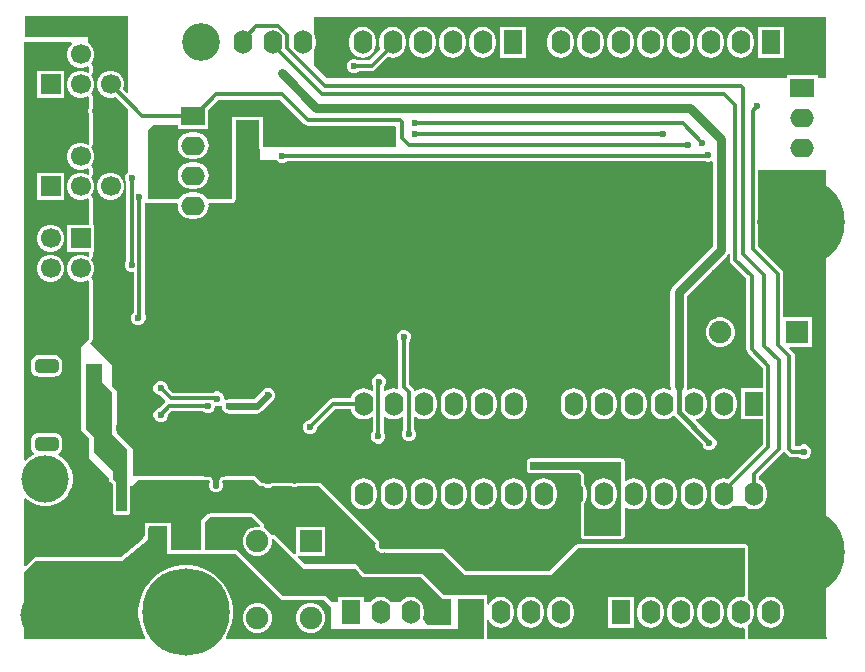
<source format=gbl>
G04*
G04 #@! TF.GenerationSoftware,Altium Limited,Altium Designer,21.1.1 (26)*
G04*
G04 Layer_Physical_Order=2*
G04 Layer_Color=16711680*
%FSLAX44Y44*%
%MOMM*%
G71*
G04*
G04 #@! TF.SameCoordinates,48FF6AC7-413E-474C-8440-48B8FC10FC40*
G04*
G04*
G04 #@! TF.FilePolarity,Positive*
G04*
G01*
G75*
%ADD11C,0.5000*%
%ADD12C,0.4000*%
%ADD19R,1.9000X1.9000*%
%ADD36C,0.3000*%
%ADD38C,0.6000*%
%ADD39C,0.8000*%
%ADD75C,1.9000*%
%ADD76R,1.9000X1.9000*%
%ADD85R,2.0000X1.6000*%
%ADD86O,2.0000X1.6000*%
%ADD87R,1.6000X2.0000*%
%ADD88O,1.6000X2.0000*%
%ADD89C,4.0000*%
%ADD90C,1.7000*%
%ADD91R,1.7000X1.7000*%
G04:AMPARAMS|DCode=92|XSize=2mm|YSize=1.2mm|CornerRadius=0.36mm|HoleSize=0mm|Usage=FLASHONLY|Rotation=0.000|XOffset=0mm|YOffset=0mm|HoleType=Round|Shape=RoundedRectangle|*
%AMROUNDEDRECTD92*
21,1,2.0000,0.4800,0,0,0.0*
21,1,1.2800,1.2000,0,0,0.0*
1,1,0.7200,0.6400,-0.2400*
1,1,0.7200,-0.6400,-0.2400*
1,1,0.7200,-0.6400,0.2400*
1,1,0.7200,0.6400,0.2400*
%
%ADD92ROUNDEDRECTD92*%
%ADD93C,7.4000*%
%ADD94C,3.2000*%
%ADD95C,0.6000*%
G36*
X42985Y508000D02*
X43427Y506730D01*
X41598Y504901D01*
X40084Y502279D01*
X39300Y499354D01*
Y496326D01*
X40084Y493401D01*
X41598Y490779D01*
X43739Y488638D01*
X46361Y487124D01*
X49286Y486340D01*
X52314D01*
X55239Y487124D01*
X56730Y487985D01*
X58000Y487251D01*
Y483029D01*
X56730Y482295D01*
X55239Y483156D01*
X52314Y483940D01*
X49286D01*
X46361Y483156D01*
X43739Y481642D01*
X41598Y479501D01*
X40084Y476879D01*
X39300Y473954D01*
Y470926D01*
X40084Y468001D01*
X41598Y465379D01*
X43739Y463238D01*
X46361Y461724D01*
X49286Y460940D01*
X52314D01*
X55239Y461724D01*
X56730Y462585D01*
X58000Y461851D01*
Y452500D01*
X57459Y451194D01*
Y448806D01*
X58000Y447500D01*
X58000Y422069D01*
X56730Y421335D01*
X55239Y422196D01*
X52314Y422980D01*
X49286D01*
X46361Y422196D01*
X43739Y420682D01*
X41598Y418541D01*
X40084Y415919D01*
X39300Y412994D01*
Y409966D01*
X40084Y407041D01*
X41598Y404419D01*
X43739Y402278D01*
X46361Y400764D01*
X49286Y399980D01*
X52314D01*
X55239Y400764D01*
X56730Y401625D01*
X58000Y400891D01*
Y396669D01*
X56730Y395935D01*
X55239Y396796D01*
X52314Y397580D01*
X49286D01*
X46361Y396796D01*
X43739Y395282D01*
X41598Y393141D01*
X40084Y390519D01*
X39300Y387594D01*
Y384566D01*
X40084Y381641D01*
X41598Y379019D01*
X43739Y376878D01*
X46361Y375364D01*
X49286Y374580D01*
X52314D01*
X55239Y375364D01*
X56730Y376225D01*
X58000Y375491D01*
Y353500D01*
X39300D01*
Y330500D01*
X58000D01*
Y327189D01*
X56730Y326455D01*
X55239Y327316D01*
X52314Y328100D01*
X49286D01*
X46361Y327316D01*
X43739Y325802D01*
X41598Y323661D01*
X40084Y321039D01*
X39300Y318114D01*
Y315086D01*
X40084Y312161D01*
X41598Y309539D01*
X43739Y307398D01*
X46361Y305884D01*
X49286Y305100D01*
X52314D01*
X55239Y305884D01*
X56730Y306745D01*
X58000Y306012D01*
Y257000D01*
X51000Y250000D01*
Y180000D01*
X58000Y173000D01*
Y156000D01*
X74941Y139059D01*
Y138000D01*
X74941Y138000D01*
X75174Y136829D01*
X75837Y135837D01*
X75837Y135837D01*
X77941Y133733D01*
X77941Y111000D01*
X78174Y109829D01*
X78837Y108837D01*
X79829Y108174D01*
X81000Y107941D01*
X89893Y107941D01*
X90472Y108056D01*
X91053Y108170D01*
X91058Y108173D01*
X91064Y108174D01*
X91553Y108501D01*
X92048Y108829D01*
X92051Y108834D01*
X92056Y108837D01*
X92386Y109330D01*
X92715Y109819D01*
X92716Y109825D01*
X92719Y109829D01*
X92835Y110412D01*
X92952Y110989D01*
X93029Y132000D01*
X94000D01*
X99000Y137000D01*
X159461Y137000D01*
X160146Y135730D01*
X159441Y134029D01*
Y131642D01*
X160355Y129436D01*
X162043Y127748D01*
X164248Y126835D01*
X166635D01*
X168840Y127748D01*
X170528Y129436D01*
X171441Y131642D01*
Y134029D01*
X170737Y135730D01*
X171421Y137000D01*
X198000D01*
X203000Y132000D01*
X205765D01*
X206101Y131663D01*
X208307Y130750D01*
X210693D01*
X212899Y131663D01*
X213235Y132000D01*
X228996D01*
X230807Y131250D01*
X233193D01*
X235004Y132000D01*
X253000D01*
X300529Y84471D01*
X300000Y83194D01*
Y80807D01*
X300913Y78601D01*
X302601Y76913D01*
X304806Y76000D01*
X307194D01*
X308471Y76529D01*
X309000Y76000D01*
X357000D01*
X376000Y57000D01*
X449000D01*
X472000Y80000D01*
X613000D01*
Y39167D01*
X611730Y38214D01*
X609600Y38495D01*
X606728Y38117D01*
X604053Y37009D01*
X601755Y35245D01*
X599991Y32947D01*
X598883Y30272D01*
X598505Y27400D01*
Y23400D01*
X598883Y20528D01*
X599991Y17852D01*
X601755Y15555D01*
X604053Y13792D01*
X606728Y12683D01*
X609600Y12305D01*
X611730Y12586D01*
X613000Y11633D01*
Y3000D01*
X395059D01*
Y18717D01*
X396329Y18970D01*
X396791Y17852D01*
X398555Y15555D01*
X400853Y13792D01*
X403528Y12683D01*
X406400Y12305D01*
X409272Y12683D01*
X411948Y13792D01*
X414245Y15555D01*
X416008Y17852D01*
X417117Y20528D01*
X417495Y23400D01*
Y27400D01*
X417117Y30272D01*
X416008Y32947D01*
X414245Y35245D01*
X411948Y37009D01*
X409272Y38117D01*
X406400Y38495D01*
X403528Y38117D01*
X400853Y37009D01*
X398555Y35245D01*
X396791Y32947D01*
X396329Y31830D01*
X395059Y32083D01*
Y37000D01*
X395000Y37296D01*
Y40000D01*
X392295D01*
X392000Y40059D01*
X370000D01*
X369704Y40000D01*
X364296D01*
X364000Y40059D01*
X358267D01*
X341163Y57163D01*
X341163Y57163D01*
X340171Y57826D01*
X339000Y58059D01*
X339000Y58059D01*
X291940Y58059D01*
X286868Y63131D01*
X286383Y63799D01*
X286206Y63962D01*
X286072Y64163D01*
X285771Y64364D01*
X285506Y64609D01*
X285324Y64676D01*
X284000Y66000D01*
X240325Y66000D01*
X234499Y71827D01*
X234985Y73000D01*
X258000D01*
Y98000D01*
X233000D01*
Y74985D01*
X231827Y74499D01*
X216219Y90107D01*
X216051Y90219D01*
X215918Y90371D01*
X215559Y90548D01*
X215227Y90770D01*
X215029Y90809D01*
X214848Y90898D01*
X214449Y90925D01*
X214056Y91003D01*
X213858Y90963D01*
X213657Y90976D01*
X213278Y90848D01*
X212886Y90770D01*
X211655Y91179D01*
X210502Y93175D01*
X208175Y95503D01*
X206179Y96655D01*
X205770Y97886D01*
X205848Y98278D01*
X205977Y98657D01*
X205963Y98858D01*
X206003Y99056D01*
X205925Y99449D01*
X205899Y99848D01*
X205809Y100029D01*
X205770Y100227D01*
X205548Y100559D01*
X205371Y100918D01*
X205219Y101051D01*
X205107Y101219D01*
X198163Y108163D01*
X198163Y108163D01*
X198163Y108163D01*
X197619Y108526D01*
X197171Y108826D01*
X197171Y108826D01*
X197170Y108826D01*
X196677Y108924D01*
X196000Y109059D01*
X196000Y109059D01*
X196000Y109059D01*
X160293Y109055D01*
X159808Y108959D01*
X159317Y108895D01*
X159226Y108843D01*
X159123Y108822D01*
X158711Y108547D01*
X158282Y108301D01*
X153962Y104531D01*
X153897Y104447D01*
X153808Y104387D01*
X153535Y103977D01*
X153233Y103586D01*
X153206Y103483D01*
X153146Y103394D01*
X153051Y102910D01*
X152922Y102434D01*
X152935Y102328D01*
X152915Y102223D01*
X152940Y78957D01*
X152043Y78059D01*
X142321D01*
X142123Y78019D01*
X141921Y78033D01*
X141674Y78000D01*
X141526D01*
X141279Y78033D01*
X141077Y78019D01*
X140879Y78059D01*
X127200Y78059D01*
Y101000D01*
X124086D01*
X124013Y101015D01*
X108907Y101081D01*
X108904Y101081D01*
X108900Y101081D01*
X108488Y101000D01*
X105200D01*
Y98348D01*
X105170Y98303D01*
X105169Y98300D01*
X105168Y98297D01*
X105052Y97717D01*
X104935Y97133D01*
X104935Y97130D01*
X104935Y97126D01*
Y89898D01*
X104037Y89000D01*
X104000D01*
X104000Y87684D01*
X84908Y72059D01*
X13285Y72059D01*
X12740Y71950D01*
X12193Y71857D01*
X12156Y71834D01*
X12114Y71826D01*
X11652Y71517D01*
X11183Y71222D01*
X4606Y65000D01*
X3000Y65000D01*
X3000Y121677D01*
X4270Y122203D01*
X6338Y120135D01*
X10105Y117618D01*
X14291Y115884D01*
X18735Y115000D01*
X23265D01*
X27709Y115884D01*
X31895Y117618D01*
X35662Y120135D01*
X38865Y123338D01*
X41382Y127105D01*
X43116Y131291D01*
X44000Y135735D01*
Y140265D01*
X43116Y144709D01*
X41382Y148895D01*
X38865Y152662D01*
X35662Y155865D01*
X31895Y158382D01*
X31715Y158457D01*
Y159831D01*
X31723Y159835D01*
X33102Y160893D01*
X34160Y162271D01*
X34825Y163877D01*
X35052Y165600D01*
Y170400D01*
X34825Y172123D01*
X34160Y173728D01*
X33102Y175107D01*
X31723Y176165D01*
X30118Y176830D01*
X28395Y177057D01*
X15595D01*
X13872Y176830D01*
X12266Y176165D01*
X10888Y175107D01*
X9830Y173728D01*
X9165Y172123D01*
X8938Y170400D01*
Y165600D01*
X9165Y163877D01*
X9830Y162271D01*
X10888Y160893D01*
X11575Y160366D01*
X11384Y158912D01*
X10105Y158382D01*
X6338Y155865D01*
X4270Y153797D01*
X3000Y154323D01*
X3000Y508000D01*
X42985Y508000D01*
D02*
G37*
G36*
X682000Y478000D02*
X675000D01*
Y480000D01*
X649000D01*
Y478000D01*
X259000D01*
X248000Y489000D01*
Y499972D01*
X248368Y500452D01*
X249477Y503128D01*
X249855Y506000D01*
Y510000D01*
X249477Y512872D01*
X248368Y515547D01*
X248000Y516028D01*
Y529000D01*
X682000D01*
Y478000D01*
D02*
G37*
G36*
X91000Y465788D02*
X89827Y465302D01*
X86961Y468168D01*
X87700Y470926D01*
Y473954D01*
X86916Y476879D01*
X85402Y479501D01*
X83261Y481642D01*
X80639Y483156D01*
X77714Y483940D01*
X74686D01*
X71761Y483156D01*
X69139Y481642D01*
X66998Y479501D01*
X65484Y476879D01*
X64700Y473954D01*
Y470926D01*
X65484Y468001D01*
X66998Y465379D01*
X69139Y463238D01*
X71761Y461724D01*
X74686Y460940D01*
X77714D01*
X80472Y461679D01*
X90601Y451550D01*
Y398087D01*
X88913Y396399D01*
X88000Y394193D01*
Y391806D01*
X88913Y389601D01*
X89412Y389103D01*
Y323647D01*
X88913Y323149D01*
X88000Y320943D01*
Y318556D01*
X88913Y316351D01*
X90601Y314664D01*
X92807Y313750D01*
X95193D01*
X95912Y313270D01*
Y279397D01*
X94663Y278149D01*
X93750Y275944D01*
Y273556D01*
X94663Y271351D01*
X96351Y269663D01*
X98556Y268750D01*
X100943D01*
X103149Y269663D01*
X104837Y271351D01*
X105750Y273556D01*
Y275944D01*
X105077Y277567D01*
X105088Y277621D01*
Y371846D01*
X106358Y372489D01*
X106829Y372174D01*
X108000Y371941D01*
X132224Y371941D01*
X133061Y370986D01*
X132905Y369800D01*
X133283Y366928D01*
X134391Y364253D01*
X136155Y361955D01*
X138453Y360191D01*
X141128Y359083D01*
X144000Y358705D01*
X148000D01*
X150872Y359083D01*
X153547Y360191D01*
X155845Y361955D01*
X157608Y364253D01*
X158717Y366928D01*
X159095Y369800D01*
X158939Y370986D01*
X159776Y371941D01*
X179000Y371941D01*
X180170Y372174D01*
X181163Y372837D01*
X181826Y373829D01*
X182059Y375000D01*
X182059Y412998D01*
X182075Y441941D01*
X201941D01*
Y419734D01*
X202174Y418564D01*
X202837Y417572D01*
X203000Y417463D01*
X203000Y408076D01*
X216939Y408076D01*
X218101Y406913D01*
X220306Y406000D01*
X222694D01*
X224899Y406913D01*
X225397Y407412D01*
X579812D01*
X580807Y407000D01*
X583194D01*
X584670Y407612D01*
X585940Y406795D01*
Y335066D01*
X552257Y301384D01*
X551135Y299922D01*
X550430Y298219D01*
X550190Y296392D01*
Y217023D01*
X550430Y215196D01*
X550690Y214568D01*
X550496Y214279D01*
X549689Y213666D01*
X547322Y214647D01*
X544450Y215025D01*
X541578Y214647D01*
X538903Y213538D01*
X536605Y211775D01*
X534841Y209478D01*
X533733Y206802D01*
X533355Y203930D01*
Y199930D01*
X533733Y197058D01*
X534841Y194382D01*
X536605Y192085D01*
X538903Y190322D01*
X541578Y189213D01*
X544450Y188835D01*
X547322Y189213D01*
X549997Y190322D01*
X551808Y191711D01*
X553389Y191632D01*
X553645Y191248D01*
X577366Y167527D01*
X578163Y165601D01*
X579851Y163913D01*
X582057Y163000D01*
X584444D01*
X586649Y163913D01*
X588336Y165601D01*
X589250Y167806D01*
Y170194D01*
X588336Y172399D01*
X586649Y174086D01*
X584444Y175000D01*
X584312D01*
X571419Y187893D01*
X571827Y189095D01*
X572722Y189213D01*
X575397Y190322D01*
X577695Y192085D01*
X579459Y194382D01*
X580567Y197058D01*
X580945Y199930D01*
Y203930D01*
X580567Y206802D01*
X579459Y209478D01*
X577695Y211775D01*
X575397Y213538D01*
X572722Y214647D01*
X569850Y215025D01*
X566978Y214647D01*
X564852Y213766D01*
X563880Y214738D01*
X564070Y215196D01*
X564310Y217023D01*
Y293468D01*
X597993Y327150D01*
X599114Y328612D01*
X599142Y328678D01*
X600412Y328425D01*
Y324000D01*
X600761Y322244D01*
X601756Y320756D01*
X614412Y308099D01*
Y248000D01*
X614761Y246244D01*
X615756Y244756D01*
X628286Y232225D01*
Y214930D01*
X609650D01*
Y188930D01*
X628286D01*
Y167255D01*
X599081Y138049D01*
X598122Y138447D01*
X595250Y138825D01*
X592378Y138447D01*
X589702Y137338D01*
X587405Y135575D01*
X585642Y133278D01*
X584533Y130602D01*
X584155Y127730D01*
Y123730D01*
X584533Y120858D01*
X585642Y118182D01*
X587405Y115885D01*
X589702Y114122D01*
X592378Y113013D01*
X595250Y112635D01*
X598122Y113013D01*
X600798Y114122D01*
X601942Y115000D01*
X613958D01*
X615103Y114122D01*
X617778Y113013D01*
X620650Y112635D01*
X623522Y113013D01*
X626198Y114122D01*
X628495Y115885D01*
X630258Y118182D01*
X631367Y120858D01*
X631745Y123730D01*
Y127730D01*
X631367Y130602D01*
X630258Y133278D01*
X628495Y135575D01*
X626198Y137338D01*
X625238Y137736D01*
Y140750D01*
X645102Y160614D01*
X645523Y161243D01*
X645861Y161313D01*
X646992Y161156D01*
X647756Y160013D01*
X649513Y158256D01*
X651002Y157261D01*
X652757Y156912D01*
X659103D01*
X659601Y156413D01*
X661806Y155500D01*
X664193D01*
X666399Y156413D01*
X668086Y158101D01*
X669000Y160306D01*
Y162694D01*
X668086Y164899D01*
X666399Y166586D01*
X664193Y167500D01*
X661806D01*
X659601Y166586D01*
X659103Y166088D01*
X655588D01*
Y242000D01*
X655239Y243756D01*
X654244Y245245D01*
X650662Y248827D01*
X651148Y250000D01*
X670000D01*
Y275000D01*
X645588D01*
Y312008D01*
X645239Y313764D01*
X644244Y315252D01*
X624488Y335009D01*
Y400000D01*
X682303D01*
X682303Y307076D01*
Y5076D01*
X683129Y4249D01*
X682643Y3076D01*
X616059D01*
Y11633D01*
X616016Y11848D01*
X616028Y12067D01*
X615901Y12428D01*
X615826Y12804D01*
X615704Y12986D01*
X615632Y13192D01*
X616027Y14467D01*
X617445Y15555D01*
X619208Y17852D01*
X620317Y20528D01*
X620695Y23400D01*
Y27400D01*
X620317Y30272D01*
X619208Y32947D01*
X617445Y35245D01*
X616027Y36333D01*
X615632Y37608D01*
X615704Y37814D01*
X615826Y37996D01*
X615901Y38372D01*
X616028Y38733D01*
X616016Y38952D01*
X616059Y39167D01*
Y80000D01*
X615826Y81171D01*
X615163Y82163D01*
X614170Y82826D01*
X613000Y83059D01*
X472000D01*
X470829Y82826D01*
X469837Y82163D01*
X469837Y82163D01*
X447733Y60059D01*
X377267D01*
X359163Y78163D01*
X358171Y78826D01*
X357000Y79059D01*
X357000Y79059D01*
X310085D01*
X309641Y79355D01*
X308471Y79588D01*
X307613Y79417D01*
X307300Y79355D01*
X306585Y79059D01*
X305415D01*
X304334Y79507D01*
X303507Y80334D01*
X303059Y81415D01*
Y82585D01*
X303355Y83300D01*
X303588Y84471D01*
X303355Y85641D01*
X303023Y86138D01*
X302692Y86634D01*
X255163Y134163D01*
X254170Y134826D01*
X253000Y135059D01*
X253000Y135059D01*
X235004D01*
X233834Y134826D01*
X232585Y134309D01*
X231415D01*
X230166Y134826D01*
X228996Y135059D01*
X213235D01*
X212065Y134826D01*
X211288Y134307D01*
X210085Y133809D01*
X208915D01*
X207712Y134307D01*
X206935Y134826D01*
X205765Y135059D01*
X205765Y135059D01*
X204267D01*
X200303Y139023D01*
Y139075D01*
X198303Y141075D01*
X173303D01*
Y140059D01*
X171421D01*
X170985Y139972D01*
X170543Y139930D01*
X170404Y139857D01*
X170250Y139826D01*
X169881Y139579D01*
X169489Y139371D01*
X169389Y139250D01*
X169258Y139163D01*
X169011Y138793D01*
X168728Y138451D01*
X168044Y137181D01*
X167998Y137031D01*
X167910Y136901D01*
X167824Y136465D01*
X167694Y136040D01*
X167708Y135884D01*
X167678Y135730D01*
X167764Y135294D01*
X167806Y134852D01*
X167880Y134713D01*
X167910Y134559D01*
X168382Y133420D01*
Y132250D01*
X167935Y131169D01*
X167107Y130342D01*
X166026Y129894D01*
X164856D01*
X163775Y130342D01*
X162948Y131169D01*
X162500Y132250D01*
Y133420D01*
X162972Y134559D01*
X163003Y134713D01*
X163076Y134852D01*
X163118Y135294D01*
X163205Y135730D01*
X163174Y135884D01*
X163189Y136040D01*
X163059Y136465D01*
X162972Y136901D01*
X162885Y137031D01*
X162839Y137181D01*
X162154Y138451D01*
X161871Y138793D01*
X161624Y139163D01*
X161494Y139250D01*
X161394Y139371D01*
X161001Y139579D01*
X160632Y139826D01*
X160478Y139857D01*
X160339Y139930D01*
X159897Y139972D01*
X159461Y140059D01*
X155303D01*
Y141075D01*
X95303D01*
Y163076D01*
X81303Y177076D01*
Y213076D01*
X77303Y217076D01*
Y234076D01*
X58352Y253026D01*
X60163Y254837D01*
X60826Y255830D01*
X61059Y257000D01*
X61059Y257000D01*
Y306012D01*
X60981Y306404D01*
X60955Y306803D01*
X60865Y306984D01*
X60826Y307182D01*
X60604Y307515D01*
X60427Y307874D01*
X60275Y308006D01*
X60163Y308174D01*
X60004Y309528D01*
X60139Y309775D01*
X61516Y312161D01*
X62300Y315086D01*
Y318114D01*
X61516Y321039D01*
X60002Y323661D01*
X60163Y325026D01*
X60275Y325194D01*
X60427Y325327D01*
X60604Y325686D01*
X60826Y326018D01*
X60865Y326216D01*
X60954Y326397D01*
X60981Y326796D01*
X61059Y327189D01*
Y330500D01*
X62300D01*
Y353500D01*
X61059D01*
Y375491D01*
X60981Y375884D01*
X60954Y376283D01*
X60865Y376464D01*
X60826Y376662D01*
X60604Y376995D01*
X60427Y377353D01*
X60275Y377486D01*
X60163Y377654D01*
X60002Y379019D01*
X61516Y381641D01*
X62300Y384566D01*
Y387594D01*
X61516Y390519D01*
X60139Y392905D01*
X60004Y393152D01*
X60163Y394506D01*
X60275Y394674D01*
X60427Y394807D01*
X60604Y395165D01*
X60826Y395498D01*
X60865Y395696D01*
X60954Y395877D01*
X60981Y396276D01*
X61059Y396669D01*
Y400891D01*
X60981Y401284D01*
X60954Y401683D01*
X60865Y401864D01*
X60826Y402062D01*
X60604Y402395D01*
X60427Y402753D01*
X60275Y402887D01*
X60163Y403054D01*
X60004Y404408D01*
X60139Y404655D01*
X61516Y407041D01*
X62300Y409966D01*
Y412994D01*
X61516Y415919D01*
X60139Y418305D01*
X60004Y418552D01*
X60163Y419906D01*
X60275Y420074D01*
X60427Y420206D01*
X60604Y420565D01*
X60826Y420898D01*
X60865Y421096D01*
X60954Y421277D01*
X60981Y421676D01*
X61059Y422069D01*
X61059Y447500D01*
X60826Y448671D01*
X60518Y449415D01*
Y450585D01*
X60826Y451329D01*
X61059Y452500D01*
Y461851D01*
X60981Y462244D01*
X60954Y462643D01*
X60865Y462824D01*
X60826Y463022D01*
X60604Y463355D01*
X60427Y463713D01*
X60275Y463847D01*
X60163Y464014D01*
X60004Y465368D01*
X60139Y465615D01*
X61516Y468001D01*
X62300Y470926D01*
Y473954D01*
X61516Y476879D01*
X60139Y479265D01*
X60004Y479512D01*
X60163Y480866D01*
X60275Y481034D01*
X60427Y481166D01*
X60604Y481525D01*
X60826Y481858D01*
X60865Y482056D01*
X60954Y482237D01*
X60981Y482636D01*
X61059Y483029D01*
Y487251D01*
X60981Y487644D01*
X60954Y488043D01*
X60865Y488224D01*
X60826Y488422D01*
X60604Y488755D01*
X60427Y489114D01*
X60275Y489246D01*
X60163Y489414D01*
X60004Y490768D01*
X60139Y491015D01*
X61516Y493401D01*
X62300Y496326D01*
Y499354D01*
X61516Y502279D01*
X60002Y504901D01*
X57861Y507042D01*
X57303Y507365D01*
Y512076D01*
X3303D01*
Y530075D01*
X91000D01*
Y465788D01*
D02*
G37*
G36*
X239794Y438756D02*
X241282Y437761D01*
X243038Y437412D01*
X317102D01*
X318000Y436514D01*
X318000Y419734D01*
X205000D01*
Y445000D01*
X179018D01*
X179000Y413000D01*
X179000Y375000D01*
X157752Y375000D01*
X157608Y375347D01*
X155845Y377645D01*
X153547Y379408D01*
X150872Y380517D01*
X148000Y380895D01*
X144000D01*
X141128Y380517D01*
X138453Y379408D01*
X136155Y377645D01*
X134391Y375347D01*
X134248Y375000D01*
X108000Y375000D01*
X108000Y434000D01*
X112000Y438000D01*
X133000D01*
Y435000D01*
X159000D01*
Y438000D01*
X159000D01*
X159000Y450511D01*
X167705Y459216D01*
X219333D01*
X239794Y438756D01*
D02*
G37*
G36*
X69000Y220000D02*
X77000Y212000D01*
Y176000D01*
X90084Y162915D01*
X89893Y111000D01*
X81000Y111000D01*
X81000Y135000D01*
X78000Y138000D01*
Y145000D01*
X62000Y161000D01*
Y174000D01*
X55000Y181000D01*
Y236000D01*
X69000D01*
Y220000D01*
D02*
G37*
G36*
X202944Y99056D02*
X202309Y97956D01*
X202146Y98000D01*
X198854D01*
X195675Y97148D01*
X192825Y95503D01*
X190497Y93175D01*
X188852Y90325D01*
X188000Y87146D01*
Y83854D01*
X188852Y80675D01*
X190497Y77825D01*
X192825Y75497D01*
X195675Y73852D01*
X198854Y73000D01*
X202146D01*
X205325Y73852D01*
X208175Y75497D01*
X210502Y77825D01*
X212148Y80675D01*
X213000Y83854D01*
Y87146D01*
X212956Y87309D01*
X214056Y87944D01*
X240000Y62000D01*
X283909Y62000D01*
X289000Y55000D01*
X339000Y55000D01*
X357000Y37000D01*
X364000D01*
Y15000D01*
X344000D01*
X340658Y19902D01*
X340917Y20528D01*
X341295Y23400D01*
Y27400D01*
X340917Y30272D01*
X339809Y32947D01*
X338045Y35245D01*
X335747Y37009D01*
X333072Y38117D01*
X330200Y38495D01*
X327328Y38117D01*
X324652Y37009D01*
X322355Y35245D01*
X321399Y34000D01*
X313601Y34000D01*
X312645Y35245D01*
X310347Y37009D01*
X307672Y38117D01*
X304800Y38495D01*
X301928Y38117D01*
X299252Y37009D01*
X296955Y35245D01*
X295999Y34000D01*
X290400Y34000D01*
Y38400D01*
X268400D01*
Y34000D01*
X263326Y34000D01*
X259163Y38163D01*
X259163Y38163D01*
X258171Y38826D01*
X257000Y39059D01*
X257000Y39059D01*
X222267Y39059D01*
X221163Y40163D01*
X221163Y40163D01*
X184163Y77163D01*
X183171Y77826D01*
X182000Y78059D01*
X182000Y78059D01*
X167721D01*
X167523Y78019D01*
X167322Y78033D01*
X167075Y78000D01*
X166925D01*
X166678Y78033D01*
X166477Y78019D01*
X166279Y78059D01*
X156000D01*
X155974Y102227D01*
X160294Y105997D01*
X196000Y106000D01*
X202944Y99056D01*
D02*
G37*
G36*
X124000Y97956D02*
X124000Y75000D01*
X140879Y75000D01*
X141600Y74905D01*
X142321Y75000D01*
X166279D01*
X167000Y74905D01*
X167721Y75000D01*
X182000D01*
X219000Y38000D01*
X221000Y36000D01*
X257000Y36000D01*
X263000Y30000D01*
X263000Y11000D01*
X370000D01*
Y37000D01*
X392000D01*
Y3000D01*
X174267D01*
X173690Y4132D01*
X173911Y4435D01*
X176770Y10045D01*
X178715Y16033D01*
X179700Y22252D01*
Y28548D01*
X178715Y34767D01*
X176770Y40755D01*
X173911Y46365D01*
X170210Y51458D01*
X165758Y55910D01*
X160665Y59611D01*
X155055Y62470D01*
X149067Y64415D01*
X142848Y65400D01*
X136552D01*
X130333Y64415D01*
X124345Y62470D01*
X118735Y59611D01*
X113642Y55910D01*
X109190Y51458D01*
X105489Y46365D01*
X102631Y40755D01*
X100685Y34767D01*
X99700Y28548D01*
Y22252D01*
X100685Y16033D01*
X102631Y10045D01*
X105489Y4435D01*
X105710Y4132D01*
X105133Y3000D01*
X3898D01*
X3000Y3898D01*
X3016Y59284D01*
X13285Y69000D01*
X86000Y69000D01*
X107993Y87000D01*
Y97126D01*
X108894Y98022D01*
X124000Y97956D01*
D02*
G37*
%LPC*%
G36*
X36900Y483940D02*
X13900D01*
Y460940D01*
X36900D01*
Y483940D01*
D02*
G37*
G36*
Y397580D02*
X13900D01*
Y374580D01*
X36900D01*
Y397580D01*
D02*
G37*
G36*
X26914Y353500D02*
X23886D01*
X20961Y352716D01*
X18339Y351202D01*
X16198Y349061D01*
X14684Y346439D01*
X13900Y343514D01*
Y340486D01*
X14684Y337561D01*
X16198Y334939D01*
X18339Y332798D01*
X20961Y331284D01*
X23886Y330500D01*
X26914D01*
X29839Y331284D01*
X32461Y332798D01*
X34602Y334939D01*
X36116Y337561D01*
X36900Y340486D01*
Y343514D01*
X36116Y346439D01*
X34602Y349061D01*
X32461Y351202D01*
X29839Y352716D01*
X26914Y353500D01*
D02*
G37*
G36*
Y328100D02*
X23886D01*
X20961Y327316D01*
X18339Y325802D01*
X16198Y323661D01*
X14684Y321039D01*
X13900Y318114D01*
Y315086D01*
X14684Y312161D01*
X16198Y309539D01*
X18339Y307398D01*
X20961Y305884D01*
X23886Y305100D01*
X26914D01*
X29839Y305884D01*
X32461Y307398D01*
X34602Y309539D01*
X36116Y312161D01*
X36900Y315086D01*
Y318114D01*
X36116Y321039D01*
X34602Y323661D01*
X32461Y325802D01*
X29839Y327316D01*
X26914Y328100D01*
D02*
G37*
G36*
X28395Y243057D02*
X15595D01*
X13872Y242830D01*
X12266Y242165D01*
X10888Y241107D01*
X9830Y239729D01*
X9165Y238123D01*
X8938Y236400D01*
Y231600D01*
X9165Y229877D01*
X9830Y228272D01*
X10888Y226893D01*
X12266Y225835D01*
X13872Y225170D01*
X15595Y224943D01*
X28395D01*
X30118Y225170D01*
X31723Y225835D01*
X33102Y226893D01*
X34160Y228272D01*
X34825Y229877D01*
X35052Y231600D01*
Y236400D01*
X34825Y238123D01*
X34160Y239729D01*
X33102Y241107D01*
X31723Y242165D01*
X30118Y242830D01*
X28395Y243057D01*
D02*
G37*
G36*
X519000Y38400D02*
X497000D01*
Y12400D01*
X519000D01*
Y38400D01*
D02*
G37*
G36*
X584200Y38495D02*
X581328Y38117D01*
X578652Y37009D01*
X576355Y35245D01*
X574591Y32947D01*
X573483Y30272D01*
X573105Y27400D01*
Y23400D01*
X573483Y20528D01*
X574591Y17852D01*
X576355Y15555D01*
X578652Y13792D01*
X581328Y12683D01*
X584200Y12305D01*
X587072Y12683D01*
X589748Y13792D01*
X592045Y15555D01*
X593809Y17852D01*
X594917Y20528D01*
X595295Y23400D01*
Y27400D01*
X594917Y30272D01*
X593809Y32947D01*
X592045Y35245D01*
X589748Y37009D01*
X587072Y38117D01*
X584200Y38495D01*
D02*
G37*
G36*
X558800D02*
X555928Y38117D01*
X553252Y37009D01*
X550955Y35245D01*
X549192Y32947D01*
X548083Y30272D01*
X547705Y27400D01*
Y23400D01*
X548083Y20528D01*
X549192Y17852D01*
X550955Y15555D01*
X553252Y13792D01*
X555928Y12683D01*
X558800Y12305D01*
X561672Y12683D01*
X564347Y13792D01*
X566645Y15555D01*
X568409Y17852D01*
X569517Y20528D01*
X569895Y23400D01*
Y27400D01*
X569517Y30272D01*
X568409Y32947D01*
X566645Y35245D01*
X564347Y37009D01*
X561672Y38117D01*
X558800Y38495D01*
D02*
G37*
G36*
X533400D02*
X530528Y38117D01*
X527853Y37009D01*
X525555Y35245D01*
X523792Y32947D01*
X522683Y30272D01*
X522305Y27400D01*
Y23400D01*
X522683Y20528D01*
X523792Y17852D01*
X525555Y15555D01*
X527853Y13792D01*
X530528Y12683D01*
X533400Y12305D01*
X536272Y12683D01*
X538947Y13792D01*
X541245Y15555D01*
X543008Y17852D01*
X544117Y20528D01*
X544495Y23400D01*
Y27400D01*
X544117Y30272D01*
X543008Y32947D01*
X541245Y35245D01*
X538947Y37009D01*
X536272Y38117D01*
X533400Y38495D01*
D02*
G37*
G36*
X457200D02*
X454328Y38117D01*
X451652Y37009D01*
X449355Y35245D01*
X447592Y32947D01*
X446483Y30272D01*
X446105Y27400D01*
Y23400D01*
X446483Y20528D01*
X447592Y17852D01*
X449355Y15555D01*
X451652Y13792D01*
X454328Y12683D01*
X457200Y12305D01*
X460072Y12683D01*
X462747Y13792D01*
X465045Y15555D01*
X466809Y17852D01*
X467917Y20528D01*
X468295Y23400D01*
Y27400D01*
X467917Y30272D01*
X466809Y32947D01*
X465045Y35245D01*
X462747Y37009D01*
X460072Y38117D01*
X457200Y38495D01*
D02*
G37*
G36*
X431800D02*
X428928Y38117D01*
X426253Y37009D01*
X423955Y35245D01*
X422192Y32947D01*
X421083Y30272D01*
X420705Y27400D01*
Y23400D01*
X421083Y20528D01*
X422192Y17852D01*
X423955Y15555D01*
X426253Y13792D01*
X428928Y12683D01*
X431800Y12305D01*
X434672Y12683D01*
X437347Y13792D01*
X439645Y15555D01*
X441409Y17852D01*
X442517Y20528D01*
X442895Y23400D01*
Y27400D01*
X442517Y30272D01*
X441409Y32947D01*
X439645Y35245D01*
X437347Y37009D01*
X434672Y38117D01*
X431800Y38495D01*
D02*
G37*
G36*
X646000Y521000D02*
X624000D01*
Y495000D01*
X646000D01*
Y521000D01*
D02*
G37*
G36*
X427560D02*
X405560D01*
Y495000D01*
X427560D01*
Y521000D01*
D02*
G37*
G36*
X609600Y521095D02*
X606728Y520717D01*
X604053Y519608D01*
X601755Y517845D01*
X599991Y515547D01*
X598883Y512872D01*
X598505Y510000D01*
Y506000D01*
X598883Y503128D01*
X599991Y500452D01*
X601755Y498155D01*
X604053Y496391D01*
X606728Y495283D01*
X609600Y494905D01*
X612472Y495283D01*
X615148Y496391D01*
X617445Y498155D01*
X619208Y500452D01*
X620317Y503128D01*
X620695Y506000D01*
Y510000D01*
X620317Y512872D01*
X619208Y515547D01*
X617445Y517845D01*
X615148Y519608D01*
X612472Y520717D01*
X609600Y521095D01*
D02*
G37*
G36*
X584200D02*
X581328Y520717D01*
X578652Y519608D01*
X576355Y517845D01*
X574591Y515547D01*
X573483Y512872D01*
X573105Y510000D01*
Y506000D01*
X573483Y503128D01*
X574591Y500452D01*
X576355Y498155D01*
X578652Y496391D01*
X581328Y495283D01*
X584200Y494905D01*
X587072Y495283D01*
X589748Y496391D01*
X592045Y498155D01*
X593809Y500452D01*
X594917Y503128D01*
X595295Y506000D01*
Y510000D01*
X594917Y512872D01*
X593809Y515547D01*
X592045Y517845D01*
X589748Y519608D01*
X587072Y520717D01*
X584200Y521095D01*
D02*
G37*
G36*
X558800D02*
X555928Y520717D01*
X553252Y519608D01*
X550955Y517845D01*
X549192Y515547D01*
X548083Y512872D01*
X547705Y510000D01*
Y506000D01*
X548083Y503128D01*
X549192Y500452D01*
X550955Y498155D01*
X553252Y496391D01*
X555928Y495283D01*
X558800Y494905D01*
X561672Y495283D01*
X564347Y496391D01*
X566645Y498155D01*
X568409Y500452D01*
X569517Y503128D01*
X569895Y506000D01*
Y510000D01*
X569517Y512872D01*
X568409Y515547D01*
X566645Y517845D01*
X564347Y519608D01*
X561672Y520717D01*
X558800Y521095D01*
D02*
G37*
G36*
X533400D02*
X530528Y520717D01*
X527853Y519608D01*
X525555Y517845D01*
X523792Y515547D01*
X522683Y512872D01*
X522305Y510000D01*
Y506000D01*
X522683Y503128D01*
X523792Y500452D01*
X525555Y498155D01*
X527853Y496391D01*
X530528Y495283D01*
X533400Y494905D01*
X536272Y495283D01*
X538947Y496391D01*
X541245Y498155D01*
X543008Y500452D01*
X544117Y503128D01*
X544495Y506000D01*
Y510000D01*
X544117Y512872D01*
X543008Y515547D01*
X541245Y517845D01*
X538947Y519608D01*
X536272Y520717D01*
X533400Y521095D01*
D02*
G37*
G36*
X508000D02*
X505128Y520717D01*
X502453Y519608D01*
X500155Y517845D01*
X498391Y515547D01*
X497283Y512872D01*
X496905Y510000D01*
Y506000D01*
X497283Y503128D01*
X498391Y500452D01*
X500155Y498155D01*
X502453Y496391D01*
X505128Y495283D01*
X508000Y494905D01*
X510872Y495283D01*
X513548Y496391D01*
X515845Y498155D01*
X517608Y500452D01*
X518717Y503128D01*
X519095Y506000D01*
Y510000D01*
X518717Y512872D01*
X517608Y515547D01*
X515845Y517845D01*
X513548Y519608D01*
X510872Y520717D01*
X508000Y521095D01*
D02*
G37*
G36*
X482600D02*
X479728Y520717D01*
X477052Y519608D01*
X474755Y517845D01*
X472991Y515547D01*
X471883Y512872D01*
X471505Y510000D01*
Y506000D01*
X471883Y503128D01*
X472991Y500452D01*
X474755Y498155D01*
X477052Y496391D01*
X479728Y495283D01*
X482600Y494905D01*
X485472Y495283D01*
X488148Y496391D01*
X490445Y498155D01*
X492209Y500452D01*
X493317Y503128D01*
X493695Y506000D01*
Y510000D01*
X493317Y512872D01*
X492209Y515547D01*
X490445Y517845D01*
X488148Y519608D01*
X485472Y520717D01*
X482600Y521095D01*
D02*
G37*
G36*
X457200D02*
X454328Y520717D01*
X451652Y519608D01*
X449355Y517845D01*
X447592Y515547D01*
X446483Y512872D01*
X446105Y510000D01*
Y506000D01*
X446483Y503128D01*
X447592Y500452D01*
X449355Y498155D01*
X451652Y496391D01*
X454328Y495283D01*
X457200Y494905D01*
X460072Y495283D01*
X462747Y496391D01*
X465045Y498155D01*
X466809Y500452D01*
X467917Y503128D01*
X468295Y506000D01*
Y510000D01*
X467917Y512872D01*
X466809Y515547D01*
X465045Y517845D01*
X462747Y519608D01*
X460072Y520717D01*
X457200Y521095D01*
D02*
G37*
G36*
X391160D02*
X388288Y520717D01*
X385612Y519608D01*
X383315Y517845D01*
X381552Y515547D01*
X380443Y512872D01*
X380065Y510000D01*
Y506000D01*
X380443Y503128D01*
X381552Y500452D01*
X383315Y498155D01*
X385612Y496391D01*
X388288Y495283D01*
X391160Y494905D01*
X394032Y495283D01*
X396707Y496391D01*
X399005Y498155D01*
X400769Y500452D01*
X401877Y503128D01*
X402255Y506000D01*
Y510000D01*
X401877Y512872D01*
X400769Y515547D01*
X399005Y517845D01*
X396707Y519608D01*
X394032Y520717D01*
X391160Y521095D01*
D02*
G37*
G36*
X365760D02*
X362888Y520717D01*
X360213Y519608D01*
X357915Y517845D01*
X356152Y515547D01*
X355043Y512872D01*
X354665Y510000D01*
Y506000D01*
X355043Y503128D01*
X356152Y500452D01*
X357915Y498155D01*
X360213Y496391D01*
X362888Y495283D01*
X365760Y494905D01*
X368632Y495283D01*
X371307Y496391D01*
X373605Y498155D01*
X375368Y500452D01*
X376477Y503128D01*
X376855Y506000D01*
Y510000D01*
X376477Y512872D01*
X375368Y515547D01*
X373605Y517845D01*
X371307Y519608D01*
X368632Y520717D01*
X365760Y521095D01*
D02*
G37*
G36*
X340360D02*
X337488Y520717D01*
X334813Y519608D01*
X332515Y517845D01*
X330751Y515547D01*
X329643Y512872D01*
X329265Y510000D01*
Y506000D01*
X329643Y503128D01*
X330751Y500452D01*
X332515Y498155D01*
X334813Y496391D01*
X337488Y495283D01*
X340360Y494905D01*
X343232Y495283D01*
X345908Y496391D01*
X348205Y498155D01*
X349968Y500452D01*
X351077Y503128D01*
X351455Y506000D01*
Y510000D01*
X351077Y512872D01*
X349968Y515547D01*
X348205Y517845D01*
X345908Y519608D01*
X343232Y520717D01*
X340360Y521095D01*
D02*
G37*
G36*
X314960D02*
X312088Y520717D01*
X309412Y519608D01*
X307115Y517845D01*
X305352Y515547D01*
X304243Y512872D01*
X303865Y510000D01*
Y506000D01*
X304243Y503128D01*
X304641Y502169D01*
X295310Y492838D01*
X286147D01*
X285649Y493337D01*
X283444Y494250D01*
X281056D01*
X278851Y493337D01*
X277164Y491649D01*
X276250Y489444D01*
Y487057D01*
X277164Y484851D01*
X278851Y483163D01*
X281056Y482250D01*
X283444D01*
X285649Y483163D01*
X286147Y483662D01*
X297210D01*
X298966Y484011D01*
X300454Y485006D01*
X311129Y495681D01*
X312088Y495283D01*
X314960Y494905D01*
X317832Y495283D01*
X320508Y496391D01*
X322805Y498155D01*
X324568Y500452D01*
X325677Y503128D01*
X326055Y506000D01*
Y510000D01*
X325677Y512872D01*
X324568Y515547D01*
X322805Y517845D01*
X320508Y519608D01*
X317832Y520717D01*
X314960Y521095D01*
D02*
G37*
G36*
X289560D02*
X286688Y520717D01*
X284013Y519608D01*
X281715Y517845D01*
X279951Y515547D01*
X278843Y512872D01*
X278465Y510000D01*
Y506000D01*
X278843Y503128D01*
X279951Y500452D01*
X281715Y498155D01*
X284013Y496391D01*
X286688Y495283D01*
X289560Y494905D01*
X292432Y495283D01*
X295107Y496391D01*
X297405Y498155D01*
X299168Y500452D01*
X300277Y503128D01*
X300655Y506000D01*
Y510000D01*
X300277Y512872D01*
X299168Y515547D01*
X297405Y517845D01*
X295107Y519608D01*
X292432Y520717D01*
X289560Y521095D01*
D02*
G37*
G36*
X77714Y397580D02*
X74686D01*
X71761Y396796D01*
X69139Y395282D01*
X66998Y393141D01*
X65484Y390519D01*
X64700Y387594D01*
Y384566D01*
X65484Y381641D01*
X66998Y379019D01*
X69139Y376878D01*
X71761Y375364D01*
X74686Y374580D01*
X77714D01*
X80639Y375364D01*
X83261Y376878D01*
X85402Y379019D01*
X86916Y381641D01*
X87700Y384566D01*
Y387594D01*
X86916Y390519D01*
X85402Y393141D01*
X83261Y395282D01*
X80639Y396796D01*
X77714Y397580D01*
D02*
G37*
G36*
X594146Y275000D02*
X590854D01*
X587675Y274148D01*
X584825Y272502D01*
X582497Y270175D01*
X580852Y267325D01*
X580000Y264146D01*
Y260854D01*
X580852Y257675D01*
X582497Y254825D01*
X584825Y252498D01*
X587675Y250852D01*
X590854Y250000D01*
X594146D01*
X597325Y250852D01*
X600175Y252498D01*
X602503Y254825D01*
X604148Y257675D01*
X605000Y260854D01*
Y264146D01*
X604148Y267325D01*
X602503Y270175D01*
X600175Y272502D01*
X597325Y274148D01*
X594146Y275000D01*
D02*
G37*
G36*
X325551Y264572D02*
X323164D01*
X320959Y263659D01*
X319271Y261971D01*
X318358Y259765D01*
Y257379D01*
X319271Y255173D01*
X319770Y254675D01*
Y216479D01*
X319963Y215507D01*
X318850Y214594D01*
X318722Y214647D01*
X315850Y215025D01*
X312978Y214647D01*
X310303Y213538D01*
X308858Y212430D01*
X307588Y213057D01*
Y216603D01*
X308337Y217351D01*
X309250Y219557D01*
Y221943D01*
X308337Y224149D01*
X306649Y225837D01*
X304443Y226750D01*
X302057D01*
X299851Y225837D01*
X298163Y224149D01*
X297250Y221943D01*
Y219557D01*
X298163Y217351D01*
X298412Y217103D01*
Y213287D01*
X297142Y212660D01*
X295998Y213538D01*
X293322Y214647D01*
X290450Y215025D01*
X287578Y214647D01*
X284902Y213538D01*
X282605Y211775D01*
X280842Y209478D01*
X279733Y206802D01*
X279696Y206518D01*
X264430D01*
X262674Y206169D01*
X261186Y205174D01*
X244011Y188000D01*
X243806D01*
X241601Y187087D01*
X239913Y185399D01*
X239000Y183193D01*
Y180807D01*
X239913Y178601D01*
X241601Y176913D01*
X243806Y176000D01*
X246194D01*
X248399Y176913D01*
X250086Y178601D01*
X251000Y180807D01*
Y182011D01*
X266331Y197342D01*
X279696D01*
X279733Y197058D01*
X280842Y194382D01*
X282605Y192085D01*
X284902Y190322D01*
X287578Y189213D01*
X290450Y188835D01*
X293322Y189213D01*
X295998Y190322D01*
X297142Y191200D01*
X298412Y190573D01*
Y178397D01*
X297663Y177649D01*
X296750Y175443D01*
Y173057D01*
X297663Y170851D01*
X299351Y169163D01*
X301556Y168250D01*
X303944D01*
X306149Y169163D01*
X307836Y170851D01*
X308750Y173057D01*
Y175443D01*
X307836Y177649D01*
X307588Y177897D01*
Y190804D01*
X308858Y191430D01*
X310303Y190322D01*
X312978Y189213D01*
X315850Y188835D01*
X318722Y189213D01*
X321398Y190322D01*
X322642Y191276D01*
X323912Y190650D01*
Y180147D01*
X323414Y179649D01*
X322500Y177444D01*
Y175056D01*
X323414Y172851D01*
X325101Y171163D01*
X327307Y170250D01*
X329693D01*
X331899Y171163D01*
X333587Y172851D01*
X334500Y175056D01*
Y177444D01*
X333587Y179649D01*
X333088Y180147D01*
Y190727D01*
X334358Y191353D01*
X335703Y190322D01*
X338378Y189213D01*
X341250Y188835D01*
X344122Y189213D01*
X346797Y190322D01*
X349095Y192085D01*
X350858Y194382D01*
X351967Y197058D01*
X352345Y199930D01*
Y203930D01*
X351967Y206802D01*
X350858Y209478D01*
X349095Y211775D01*
X346797Y213538D01*
X344122Y214647D01*
X341250Y215025D01*
X338378Y214647D01*
X335703Y213538D01*
X334311Y212471D01*
X332951Y213028D01*
X332739Y214093D01*
X331744Y215581D01*
X328946Y218379D01*
Y254675D01*
X329445Y255173D01*
X330358Y257379D01*
Y259765D01*
X329445Y261971D01*
X327757Y263659D01*
X325551Y264572D01*
D02*
G37*
G36*
X119693Y221000D02*
X117306D01*
X115101Y220087D01*
X113413Y218399D01*
X112500Y216194D01*
Y213806D01*
X113413Y211601D01*
X115101Y209913D01*
X117306Y209000D01*
X118011D01*
X122680Y204332D01*
X122580Y203318D01*
X118011Y198750D01*
X117306D01*
X115101Y197837D01*
X113413Y196149D01*
X112500Y193944D01*
Y191556D01*
X113413Y189351D01*
X115101Y187663D01*
X117306Y186750D01*
X119693D01*
X121899Y187663D01*
X123587Y189351D01*
X124500Y191556D01*
Y192261D01*
X127725Y195486D01*
X154427D01*
X154925Y194988D01*
X157130Y194074D01*
X159517D01*
X161723Y194988D01*
X163411Y196675D01*
X164324Y198881D01*
Y199769D01*
X165275Y200404D01*
X167661D01*
X169285Y201077D01*
X170374Y200417D01*
X170488Y200279D01*
X170382Y199750D01*
X170500Y199159D01*
Y198556D01*
X170731Y198000D01*
X170848Y197409D01*
X171183Y196908D01*
X171413Y196351D01*
X171840Y195925D01*
X172174Y195424D01*
X172675Y195089D01*
X173101Y194663D01*
X173658Y194433D01*
X174159Y194098D01*
X174750Y193981D01*
X175306Y193750D01*
X175909D01*
X176500Y193633D01*
X199750D01*
X202091Y194098D01*
X204076Y195424D01*
X213576Y204924D01*
X213911Y205425D01*
X214337Y205851D01*
X214567Y206408D01*
X214902Y206909D01*
X215019Y207500D01*
X215250Y208057D01*
Y208659D01*
X215368Y209250D01*
X215250Y209841D01*
Y210443D01*
X215019Y211000D01*
X214902Y211591D01*
X214567Y212092D01*
X214337Y212649D01*
X213911Y213075D01*
X213576Y213576D01*
X213075Y213911D01*
X212649Y214337D01*
X212092Y214567D01*
X211591Y214902D01*
X211000Y215019D01*
X210443Y215250D01*
X209841D01*
X209250Y215368D01*
X208659Y215250D01*
X208057D01*
X207500Y215019D01*
X206909Y214902D01*
X206408Y214567D01*
X205851Y214337D01*
X205425Y213911D01*
X204924Y213576D01*
X197216Y205868D01*
X176500D01*
X175909Y205750D01*
X175306D01*
X174750Y205519D01*
X174159Y205402D01*
X173687Y205086D01*
X173594Y205110D01*
X172468Y205863D01*
Y207598D01*
X171555Y209803D01*
X169867Y211491D01*
X167661Y212404D01*
X165275D01*
X163069Y211491D01*
X162741Y211162D01*
X128827D01*
X124500Y215489D01*
Y216194D01*
X123587Y218399D01*
X121899Y220087D01*
X119693Y221000D01*
D02*
G37*
G36*
X595250Y215025D02*
X592378Y214647D01*
X589702Y213538D01*
X587405Y211775D01*
X585642Y209478D01*
X584533Y206802D01*
X584155Y203930D01*
Y199930D01*
X584533Y197058D01*
X585642Y194382D01*
X587405Y192085D01*
X589702Y190322D01*
X592378Y189213D01*
X595250Y188835D01*
X598122Y189213D01*
X600798Y190322D01*
X603095Y192085D01*
X604859Y194382D01*
X605967Y197058D01*
X606345Y199930D01*
Y203930D01*
X605967Y206802D01*
X604859Y209478D01*
X603095Y211775D01*
X600798Y213538D01*
X598122Y214647D01*
X595250Y215025D01*
D02*
G37*
G36*
X519050D02*
X516178Y214647D01*
X513503Y213538D01*
X511205Y211775D01*
X509441Y209478D01*
X508333Y206802D01*
X507955Y203930D01*
Y199930D01*
X508333Y197058D01*
X509441Y194382D01*
X511205Y192085D01*
X513503Y190322D01*
X516178Y189213D01*
X519050Y188835D01*
X521922Y189213D01*
X524598Y190322D01*
X526895Y192085D01*
X528658Y194382D01*
X529767Y197058D01*
X530145Y199930D01*
Y203930D01*
X529767Y206802D01*
X528658Y209478D01*
X526895Y211775D01*
X524598Y213538D01*
X521922Y214647D01*
X519050Y215025D01*
D02*
G37*
G36*
X493650D02*
X490778Y214647D01*
X488102Y213538D01*
X485805Y211775D01*
X484041Y209478D01*
X482933Y206802D01*
X482555Y203930D01*
Y199930D01*
X482933Y197058D01*
X484041Y194382D01*
X485805Y192085D01*
X488102Y190322D01*
X490778Y189213D01*
X493650Y188835D01*
X496522Y189213D01*
X499198Y190322D01*
X501495Y192085D01*
X503259Y194382D01*
X504367Y197058D01*
X504745Y199930D01*
Y203930D01*
X504367Y206802D01*
X503259Y209478D01*
X501495Y211775D01*
X499198Y213538D01*
X496522Y214647D01*
X493650Y215025D01*
D02*
G37*
G36*
X468250D02*
X465378Y214647D01*
X462702Y213538D01*
X460405Y211775D01*
X458642Y209478D01*
X457533Y206802D01*
X457155Y203930D01*
Y199930D01*
X457533Y197058D01*
X458642Y194382D01*
X460405Y192085D01*
X462702Y190322D01*
X465378Y189213D01*
X468250Y188835D01*
X471122Y189213D01*
X473797Y190322D01*
X476095Y192085D01*
X477859Y194382D01*
X478967Y197058D01*
X479345Y199930D01*
Y203930D01*
X478967Y206802D01*
X477859Y209478D01*
X476095Y211775D01*
X473797Y213538D01*
X471122Y214647D01*
X468250Y215025D01*
D02*
G37*
G36*
X417450D02*
X414578Y214647D01*
X411903Y213538D01*
X409605Y211775D01*
X407841Y209478D01*
X406733Y206802D01*
X406355Y203930D01*
Y199930D01*
X406733Y197058D01*
X407841Y194382D01*
X409605Y192085D01*
X411903Y190322D01*
X414578Y189213D01*
X417450Y188835D01*
X420322Y189213D01*
X422998Y190322D01*
X425295Y192085D01*
X427058Y194382D01*
X428167Y197058D01*
X428545Y199930D01*
Y203930D01*
X428167Y206802D01*
X427058Y209478D01*
X425295Y211775D01*
X422998Y213538D01*
X420322Y214647D01*
X417450Y215025D01*
D02*
G37*
G36*
X392050D02*
X389178Y214647D01*
X386502Y213538D01*
X384205Y211775D01*
X382441Y209478D01*
X381333Y206802D01*
X380955Y203930D01*
Y199930D01*
X381333Y197058D01*
X382441Y194382D01*
X384205Y192085D01*
X386502Y190322D01*
X389178Y189213D01*
X392050Y188835D01*
X394922Y189213D01*
X397598Y190322D01*
X399895Y192085D01*
X401659Y194382D01*
X402767Y197058D01*
X403145Y199930D01*
Y203930D01*
X402767Y206802D01*
X401659Y209478D01*
X399895Y211775D01*
X397598Y213538D01*
X394922Y214647D01*
X392050Y215025D01*
D02*
G37*
G36*
X366650D02*
X363778Y214647D01*
X361102Y213538D01*
X358805Y211775D01*
X357042Y209478D01*
X355933Y206802D01*
X355555Y203930D01*
Y199930D01*
X355933Y197058D01*
X357042Y194382D01*
X358805Y192085D01*
X361102Y190322D01*
X363778Y189213D01*
X366650Y188835D01*
X369522Y189213D01*
X372197Y190322D01*
X374495Y192085D01*
X376259Y194382D01*
X377367Y197058D01*
X377745Y199930D01*
Y203930D01*
X377367Y206802D01*
X376259Y209478D01*
X374495Y211775D01*
X372197Y213538D01*
X369522Y214647D01*
X366650Y215025D01*
D02*
G37*
G36*
X569850Y138825D02*
X566978Y138447D01*
X564302Y137338D01*
X562005Y135575D01*
X560242Y133278D01*
X559133Y130602D01*
X558755Y127730D01*
Y123730D01*
X559133Y120858D01*
X560242Y118182D01*
X562005Y115885D01*
X564302Y114122D01*
X566978Y113013D01*
X569850Y112635D01*
X572722Y113013D01*
X575397Y114122D01*
X577695Y115885D01*
X579459Y118182D01*
X580567Y120858D01*
X580945Y123730D01*
Y127730D01*
X580567Y130602D01*
X579459Y133278D01*
X577695Y135575D01*
X575397Y137338D01*
X572722Y138447D01*
X569850Y138825D01*
D02*
G37*
G36*
X544450D02*
X541578Y138447D01*
X538903Y137338D01*
X536605Y135575D01*
X534841Y133278D01*
X533733Y130602D01*
X533355Y127730D01*
Y123730D01*
X533733Y120858D01*
X534841Y118182D01*
X536605Y115885D01*
X538903Y114122D01*
X541578Y113013D01*
X544450Y112635D01*
X547322Y113013D01*
X549997Y114122D01*
X552295Y115885D01*
X554058Y118182D01*
X555167Y120858D01*
X555545Y123730D01*
Y127730D01*
X555167Y130602D01*
X554058Y133278D01*
X552295Y135575D01*
X549997Y137338D01*
X547322Y138447D01*
X544450Y138825D01*
D02*
G37*
G36*
X431499Y155826D02*
X430328Y155593D01*
X429336Y154930D01*
X428673Y153938D01*
X428440Y152767D01*
Y146090D01*
X428545Y145564D01*
X428628Y145033D01*
X428661Y144980D01*
X428673Y144919D01*
X428971Y144473D01*
X429251Y144015D01*
X429301Y143979D01*
X429336Y143927D01*
X429782Y143629D01*
X430216Y143313D01*
X430410Y143223D01*
X430471Y143209D01*
X430523Y143174D01*
X431049Y143069D01*
X431571Y142944D01*
X431632Y142953D01*
X431693Y142941D01*
X472733D01*
X474363Y141311D01*
Y133847D01*
X474441Y133454D01*
X474467Y133055D01*
X474556Y132874D01*
X474596Y132676D01*
X474818Y132343D01*
X474995Y131985D01*
X475187Y131735D01*
X475987Y129803D01*
X476286Y127529D01*
Y123931D01*
X475987Y121657D01*
X475187Y119725D01*
X474995Y119475D01*
X474818Y119116D01*
X474596Y118784D01*
X474556Y118586D01*
X474467Y118405D01*
X474441Y118006D01*
X474363Y117613D01*
Y90388D01*
X474596Y89218D01*
X475259Y88225D01*
X476251Y87562D01*
X477422Y87330D01*
X508333Y87330D01*
X509504Y87562D01*
X510496Y88225D01*
X511159Y89218D01*
X511392Y90388D01*
X511392Y114305D01*
X512531Y114867D01*
X513503Y114122D01*
X516178Y113013D01*
X519050Y112635D01*
X521922Y113013D01*
X524598Y114122D01*
X526895Y115885D01*
X528658Y118182D01*
X529767Y120858D01*
X530145Y123730D01*
Y127730D01*
X529767Y130602D01*
X528658Y133278D01*
X526895Y135575D01*
X524598Y137338D01*
X521922Y138447D01*
X519050Y138825D01*
X516178Y138447D01*
X513503Y137338D01*
X512531Y136593D01*
X511392Y137155D01*
X511392Y152767D01*
X511159Y153938D01*
X510496Y154930D01*
X509504Y155593D01*
X508333Y155826D01*
X431499Y155826D01*
D02*
G37*
G36*
X442850Y138825D02*
X439978Y138447D01*
X437303Y137338D01*
X435005Y135575D01*
X433242Y133278D01*
X432133Y130602D01*
X431755Y127730D01*
Y123730D01*
X432133Y120858D01*
X433242Y118182D01*
X435005Y115885D01*
X437303Y114122D01*
X439978Y113013D01*
X442850Y112635D01*
X445722Y113013D01*
X448397Y114122D01*
X450695Y115885D01*
X452458Y118182D01*
X453567Y120858D01*
X453945Y123730D01*
Y127730D01*
X453567Y130602D01*
X452458Y133278D01*
X450695Y135575D01*
X448397Y137338D01*
X445722Y138447D01*
X442850Y138825D01*
D02*
G37*
G36*
X417450D02*
X414578Y138447D01*
X411903Y137338D01*
X409605Y135575D01*
X407841Y133278D01*
X406733Y130602D01*
X406355Y127730D01*
Y123730D01*
X406733Y120858D01*
X407841Y118182D01*
X409605Y115885D01*
X411903Y114122D01*
X414578Y113013D01*
X417450Y112635D01*
X420322Y113013D01*
X422998Y114122D01*
X425295Y115885D01*
X427058Y118182D01*
X428167Y120858D01*
X428545Y123730D01*
Y127730D01*
X428167Y130602D01*
X427058Y133278D01*
X425295Y135575D01*
X422998Y137338D01*
X420322Y138447D01*
X417450Y138825D01*
D02*
G37*
G36*
X392050D02*
X389178Y138447D01*
X386502Y137338D01*
X384205Y135575D01*
X382441Y133278D01*
X381333Y130602D01*
X380955Y127730D01*
Y123730D01*
X381333Y120858D01*
X382441Y118182D01*
X384205Y115885D01*
X386502Y114122D01*
X389178Y113013D01*
X392050Y112635D01*
X394922Y113013D01*
X397598Y114122D01*
X399895Y115885D01*
X401659Y118182D01*
X402767Y120858D01*
X403145Y123730D01*
Y127730D01*
X402767Y130602D01*
X401659Y133278D01*
X399895Y135575D01*
X397598Y137338D01*
X394922Y138447D01*
X392050Y138825D01*
D02*
G37*
G36*
X366650D02*
X363778Y138447D01*
X361102Y137338D01*
X358805Y135575D01*
X357042Y133278D01*
X355933Y130602D01*
X355555Y127730D01*
Y123730D01*
X355933Y120858D01*
X357042Y118182D01*
X358805Y115885D01*
X361102Y114122D01*
X363778Y113013D01*
X366650Y112635D01*
X369522Y113013D01*
X372197Y114122D01*
X374495Y115885D01*
X376259Y118182D01*
X377367Y120858D01*
X377745Y123730D01*
Y127730D01*
X377367Y130602D01*
X376259Y133278D01*
X374495Y135575D01*
X372197Y137338D01*
X369522Y138447D01*
X366650Y138825D01*
D02*
G37*
G36*
X341250D02*
X338378Y138447D01*
X335703Y137338D01*
X333405Y135575D01*
X331642Y133278D01*
X330533Y130602D01*
X330155Y127730D01*
Y123730D01*
X330533Y120858D01*
X331642Y118182D01*
X333405Y115885D01*
X335703Y114122D01*
X338378Y113013D01*
X341250Y112635D01*
X344122Y113013D01*
X346797Y114122D01*
X349095Y115885D01*
X350858Y118182D01*
X351967Y120858D01*
X352345Y123730D01*
Y127730D01*
X351967Y130602D01*
X350858Y133278D01*
X349095Y135575D01*
X346797Y137338D01*
X344122Y138447D01*
X341250Y138825D01*
D02*
G37*
G36*
X315850D02*
X312978Y138447D01*
X310303Y137338D01*
X308005Y135575D01*
X306241Y133278D01*
X305133Y130602D01*
X304755Y127730D01*
Y123730D01*
X305133Y120858D01*
X306241Y118182D01*
X308005Y115885D01*
X310303Y114122D01*
X312978Y113013D01*
X315850Y112635D01*
X318722Y113013D01*
X321398Y114122D01*
X323695Y115885D01*
X325458Y118182D01*
X326567Y120858D01*
X326945Y123730D01*
Y127730D01*
X326567Y130602D01*
X325458Y133278D01*
X323695Y135575D01*
X321398Y137338D01*
X318722Y138447D01*
X315850Y138825D01*
D02*
G37*
G36*
X290450D02*
X287578Y138447D01*
X284902Y137338D01*
X282605Y135575D01*
X280842Y133278D01*
X279733Y130602D01*
X279355Y127730D01*
Y123730D01*
X279733Y120858D01*
X280842Y118182D01*
X282605Y115885D01*
X284902Y114122D01*
X287578Y113013D01*
X290450Y112635D01*
X293322Y113013D01*
X295998Y114122D01*
X298295Y115885D01*
X300058Y118182D01*
X301167Y120858D01*
X301545Y123730D01*
Y127730D01*
X301167Y130602D01*
X300058Y133278D01*
X298295Y135575D01*
X295998Y137338D01*
X293322Y138447D01*
X290450Y138825D01*
D02*
G37*
G36*
X635000Y38495D02*
X632128Y38117D01*
X629453Y37009D01*
X627155Y35245D01*
X625392Y32947D01*
X624283Y30272D01*
X623905Y27400D01*
Y23400D01*
X624283Y20528D01*
X625392Y17852D01*
X627155Y15555D01*
X629453Y13792D01*
X632128Y12683D01*
X635000Y12305D01*
X637872Y12683D01*
X640547Y13792D01*
X642845Y15555D01*
X644609Y17852D01*
X645717Y20528D01*
X646095Y23400D01*
Y27400D01*
X645717Y30272D01*
X644609Y32947D01*
X642845Y35245D01*
X640547Y37009D01*
X637872Y38117D01*
X635000Y38495D01*
D02*
G37*
%LPD*%
G36*
X508333Y152767D02*
X508333Y130601D01*
X507955Y127730D01*
Y123730D01*
X508333Y120859D01*
X508333Y90388D01*
X477422Y90388D01*
Y117613D01*
X477859Y118182D01*
X478967Y120858D01*
X479345Y123730D01*
Y127730D01*
X478967Y130602D01*
X477859Y133278D01*
X477422Y133847D01*
Y142578D01*
X474000Y146000D01*
X431693D01*
X431499Y146090D01*
Y152767D01*
X508333Y152767D01*
D02*
G37*
%LPC*%
G36*
X493650Y138825D02*
X490778Y138447D01*
X488102Y137338D01*
X485805Y135575D01*
X484041Y133278D01*
X482933Y130602D01*
X482555Y127730D01*
Y123730D01*
X482933Y120858D01*
X484041Y118182D01*
X485805Y115885D01*
X488102Y114122D01*
X490778Y113013D01*
X493650Y112635D01*
X496522Y113013D01*
X499198Y114122D01*
X501495Y115885D01*
X503259Y118182D01*
X504367Y120858D01*
X504745Y123730D01*
Y127730D01*
X504367Y130602D01*
X503259Y133278D01*
X501495Y135575D01*
X499198Y137338D01*
X496522Y138447D01*
X493650Y138825D01*
D02*
G37*
G36*
X148000Y431695D02*
X144000D01*
X141128Y431317D01*
X138453Y430209D01*
X136155Y428445D01*
X134391Y426147D01*
X133283Y423472D01*
X132905Y420600D01*
X133283Y417728D01*
X134391Y415053D01*
X136155Y412755D01*
X138453Y410992D01*
X141128Y409883D01*
X144000Y409505D01*
X148000D01*
X150872Y409883D01*
X153547Y410992D01*
X155845Y412755D01*
X157608Y415053D01*
X158717Y417728D01*
X159095Y420600D01*
X158717Y423472D01*
X157608Y426147D01*
X155845Y428445D01*
X153547Y430209D01*
X150872Y431317D01*
X148000Y431695D01*
D02*
G37*
G36*
Y406295D02*
X144000D01*
X141128Y405917D01*
X138453Y404809D01*
X136155Y403045D01*
X134391Y400747D01*
X133283Y398072D01*
X132905Y395200D01*
X133283Y392328D01*
X134391Y389653D01*
X136155Y387355D01*
X138453Y385592D01*
X141128Y384483D01*
X144000Y384105D01*
X148000D01*
X150872Y384483D01*
X153547Y385592D01*
X155845Y387355D01*
X157608Y389653D01*
X158717Y392328D01*
X159095Y395200D01*
X158717Y398072D01*
X157608Y400747D01*
X155845Y403045D01*
X153547Y404809D01*
X150872Y405917D01*
X148000Y406295D01*
D02*
G37*
G36*
X247146Y33000D02*
X243854D01*
X240675Y32148D01*
X237825Y30503D01*
X235497Y28175D01*
X233852Y25325D01*
X233000Y22146D01*
Y18854D01*
X233852Y15675D01*
X235497Y12825D01*
X237825Y10497D01*
X240675Y8852D01*
X243854Y8000D01*
X247146D01*
X250325Y8852D01*
X253175Y10497D01*
X255502Y12825D01*
X257148Y15675D01*
X258000Y18854D01*
Y22146D01*
X257148Y25325D01*
X255502Y28175D01*
X253175Y30503D01*
X250325Y32148D01*
X247146Y33000D01*
D02*
G37*
G36*
X202146D02*
X198854D01*
X195675Y32148D01*
X192825Y30503D01*
X190497Y28175D01*
X188852Y25325D01*
X188000Y22146D01*
Y18854D01*
X188852Y15675D01*
X190497Y12825D01*
X192825Y10497D01*
X195675Y8852D01*
X198854Y8000D01*
X202146D01*
X205325Y8852D01*
X208175Y10497D01*
X210502Y12825D01*
X212148Y15675D01*
X213000Y18854D01*
Y22146D01*
X212148Y25325D01*
X210502Y28175D01*
X208175Y30503D01*
X205325Y32148D01*
X202146Y33000D01*
D02*
G37*
%LPD*%
D11*
X557000Y217273D02*
X557250Y217023D01*
X583102Y169000D02*
X583250D01*
D12*
X557250Y194852D02*
Y217023D01*
Y194852D02*
X583102Y169000D01*
X60210Y222654D02*
X60230Y222674D01*
Y231730D02*
X60250Y231750D01*
D19*
X245500Y85500D02*
D03*
D36*
X245000Y182000D02*
Y182500D01*
X264430Y201930D01*
X290450D01*
X328500Y176250D02*
Y212337D01*
X303000Y174500D02*
Y220500D01*
X302750Y174250D02*
X303000Y174500D01*
Y220500D02*
X303250Y220750D01*
X324358Y216479D02*
X328500Y212337D01*
X321522Y442000D02*
X323280Y440243D01*
X243038Y442000D02*
X321522D01*
X323280Y426587D02*
Y440243D01*
X221234Y463804D02*
X243038Y442000D01*
X323280Y426587D02*
X328867Y421000D01*
X565000D01*
X257681Y470750D02*
X610243D01*
X225250Y503181D02*
X257681Y470750D01*
X610243D02*
X612000Y468993D01*
Y329000D02*
Y468993D01*
X213360Y506000D02*
X255302Y464058D01*
X595713D02*
X605000Y454771D01*
X255302Y464058D02*
X595713D01*
X560580Y439420D02*
X577000Y423000D01*
X334264Y439420D02*
X560580D01*
X334010Y430276D02*
X334026Y430260D01*
X543830D02*
X543846Y430244D01*
X334026Y430260D02*
X543830D01*
X165804Y463804D02*
X221234D01*
X148000Y446000D02*
X165804Y463804D01*
X221500Y412000D02*
X580188D01*
X581188Y413000D01*
X324358Y216479D02*
Y258572D01*
X102640Y446000D02*
X148000D01*
X629750Y251250D02*
Y311250D01*
X612000Y329000D02*
X629750Y311250D01*
X641858Y163858D02*
Y239142D01*
X629750Y251250D02*
X641858Y239142D01*
X641000Y252000D02*
Y312008D01*
X651000Y163257D02*
Y242000D01*
X641000Y252000D02*
X651000Y242000D01*
X619900Y333108D02*
X641000Y312008D01*
X619000Y248000D02*
X632874Y234126D01*
X619000Y248000D02*
Y310000D01*
X632874Y165354D02*
Y234126D01*
X620650Y142650D02*
X641858Y163858D01*
X595250Y127730D02*
X632874Y165354D01*
X619900Y333108D02*
Y450150D01*
X605000Y324000D02*
X619000Y310000D01*
X225250Y503181D02*
Y514500D01*
X619900Y450150D02*
X623500Y453750D01*
X605000Y324000D02*
Y454771D01*
X581188Y413000D02*
X582000D01*
X651000Y163257D02*
X652757Y161500D01*
X662000D01*
X662000Y161500D01*
X620650Y125730D02*
Y142650D01*
X94000Y319750D02*
Y393000D01*
X595250Y125730D02*
Y127730D01*
X297210Y488250D02*
X314960Y506000D01*
X282250Y488250D02*
X297210D01*
X99750Y274750D02*
X100324Y275324D01*
Y277445D01*
X100500Y277621D01*
Y377250D01*
X126926Y206574D02*
X166298D01*
X166468Y206404D01*
X118500Y192750D02*
X125824Y200074D01*
X158324D01*
X118500Y215000D02*
X126926Y206574D01*
X314960Y506000D02*
Y508000D01*
X76200Y472440D02*
X102640Y446000D01*
X213360Y506000D02*
Y508000D01*
X187960D02*
Y510000D01*
X199460Y521500D01*
X218250D02*
X225250Y514500D01*
X199460Y521500D02*
X218250D01*
D38*
X199750Y199750D02*
X209250Y209250D01*
X176500Y199750D02*
X199750D01*
D39*
X557250Y217023D02*
Y296392D01*
X593000Y332142D01*
Y426000D01*
X566626Y452374D02*
X593000Y426000D01*
X250376Y452374D02*
X566626D01*
X221000Y481750D02*
X250376Y452374D01*
D75*
X657500Y307500D02*
D03*
X592500D02*
D03*
Y262500D02*
D03*
X245500Y20500D02*
D03*
X200500D02*
D03*
Y85500D02*
D03*
D76*
X657500Y262500D02*
D03*
D85*
X146000Y446000D02*
D03*
X662000Y469000D02*
D03*
D86*
X146000Y420600D02*
D03*
Y395200D02*
D03*
Y369800D02*
D03*
X662000Y418200D02*
D03*
Y443600D02*
D03*
D87*
X116200Y88000D02*
D03*
X416560Y508000D02*
D03*
X635000D02*
D03*
X279400Y25400D02*
D03*
X508000D02*
D03*
X620650Y201930D02*
D03*
D88*
X141600Y88000D02*
D03*
X167000D02*
D03*
X391160Y508000D02*
D03*
X365760D02*
D03*
X340360D02*
D03*
X314960D02*
D03*
X289560D02*
D03*
X264160D02*
D03*
X238760D02*
D03*
X213360D02*
D03*
X187960D02*
D03*
X457200D02*
D03*
X482600D02*
D03*
X508000D02*
D03*
X533400D02*
D03*
X558800D02*
D03*
X584200D02*
D03*
X609600D02*
D03*
X457200Y25400D02*
D03*
X431800D02*
D03*
X406400D02*
D03*
X381000D02*
D03*
X355600D02*
D03*
X330200D02*
D03*
X304800D02*
D03*
X533400D02*
D03*
X558800D02*
D03*
X609600D02*
D03*
X635000D02*
D03*
X584200D02*
D03*
X290450Y125730D02*
D03*
X315850D02*
D03*
X341250D02*
D03*
X366650D02*
D03*
X392050D02*
D03*
X417450D02*
D03*
X442850D02*
D03*
X468250D02*
D03*
X493650D02*
D03*
X519050D02*
D03*
X544450D02*
D03*
X569850D02*
D03*
X595250D02*
D03*
X620650D02*
D03*
X290450Y201930D02*
D03*
X315850D02*
D03*
X341250D02*
D03*
X366650D02*
D03*
X392050D02*
D03*
X417450D02*
D03*
X442850D02*
D03*
X468250D02*
D03*
X493650D02*
D03*
X519050D02*
D03*
X544450D02*
D03*
X569850D02*
D03*
X595250D02*
D03*
D89*
X20000Y23000D02*
D03*
X21000Y138000D02*
D03*
D90*
X25400Y316600D02*
D03*
X50800D02*
D03*
X25400Y342000D02*
D03*
X76200Y411480D02*
D03*
X50800D02*
D03*
X25400D02*
D03*
X76200Y386080D02*
D03*
X50800D02*
D03*
X76200Y497840D02*
D03*
X50800D02*
D03*
X25400D02*
D03*
X76200Y472440D02*
D03*
X50800D02*
D03*
D91*
Y342000D02*
D03*
X25400Y386080D02*
D03*
Y472440D02*
D03*
D92*
X21995Y234000D02*
D03*
Y168000D02*
D03*
D93*
X660400Y76200D02*
D03*
Y355600D02*
D03*
X139700Y25400D02*
D03*
D94*
X152400Y508000D02*
D03*
D95*
X328500Y176250D02*
D03*
X302750Y174250D02*
D03*
X303250Y220750D02*
D03*
X314000Y432000D02*
D03*
X182118Y288036D02*
D03*
X116000Y148000D02*
D03*
X124000Y156000D02*
D03*
X116000D02*
D03*
X108000D02*
D03*
X129000Y176000D02*
D03*
X137000Y167000D02*
D03*
Y176000D02*
D03*
Y184000D02*
D03*
X387000Y482000D02*
D03*
X377750D02*
D03*
X543846Y430244D02*
D03*
X334264Y439420D02*
D03*
X334010Y430276D02*
D03*
X387096Y394462D02*
D03*
X378206D02*
D03*
X387152Y402507D02*
D03*
X387002Y489319D02*
D03*
X324358Y258572D02*
D03*
X10668Y278384D02*
D03*
X151638Y133638D02*
D03*
X245000Y182000D02*
D03*
X577000Y390000D02*
D03*
X581000Y397000D02*
D03*
X607000Y57000D02*
D03*
X467153Y85653D02*
D03*
X414000Y63000D02*
D03*
X405000D02*
D03*
X321000Y72000D02*
D03*
X120000Y425000D02*
D03*
X125000Y418000D02*
D03*
X625000Y172000D02*
D03*
X625541Y183000D02*
D03*
X165441Y132835D02*
D03*
X577000Y423000D02*
D03*
X565000Y421000D02*
D03*
X377952Y489204D02*
D03*
X582000Y413000D02*
D03*
X378206Y402590D02*
D03*
X94000Y393000D02*
D03*
X608000Y72000D02*
D03*
X85000Y115000D02*
D03*
Y123000D02*
D03*
X63459Y450000D02*
D03*
X60230Y222674D02*
D03*
X282250Y488250D02*
D03*
X674500Y131000D02*
D03*
X442000Y217250D02*
D03*
X573000Y397000D02*
D03*
X391250Y252500D02*
D03*
X473750Y252250D02*
D03*
X81250Y293250D02*
D03*
X112250Y252000D02*
D03*
X150000Y272750D02*
D03*
X140750Y225750D02*
D03*
X177250Y210000D02*
D03*
X198250D02*
D03*
X236000Y200500D02*
D03*
X241500Y228250D02*
D03*
X221750Y252500D02*
D03*
X221000Y337250D02*
D03*
X223750Y352500D02*
D03*
X195409Y434591D02*
D03*
X190000Y412000D02*
D03*
X60250Y521500D02*
D03*
X456250Y112250D02*
D03*
X423000Y63000D02*
D03*
X391750Y85000D02*
D03*
X399500Y112000D02*
D03*
X371750Y70750D02*
D03*
X306000Y82000D02*
D03*
X195500Y145500D02*
D03*
X232000Y137250D02*
D03*
X209500Y136750D02*
D03*
X79000Y247750D02*
D03*
X83000Y226500D02*
D03*
X83487Y181763D02*
D03*
X225750Y445250D02*
D03*
X172250Y417250D02*
D03*
X114000Y418000D02*
D03*
X43180Y279400D02*
D03*
X321000Y63000D02*
D03*
X287750Y71250D02*
D03*
X437500Y47250D02*
D03*
X458750Y41250D02*
D03*
X94000Y319750D02*
D03*
X100500Y377250D02*
D03*
X99750Y274750D02*
D03*
X480500Y93500D02*
D03*
X435250Y149250D02*
D03*
X166468Y206404D02*
D03*
X209250Y209250D02*
D03*
X176500Y199750D02*
D03*
X158324Y200074D02*
D03*
X60250Y231750D02*
D03*
X118500Y192750D02*
D03*
Y215000D02*
D03*
X221500Y412000D02*
D03*
X221000Y481750D02*
D03*
X583250Y169000D02*
D03*
X663000Y161500D02*
D03*
X623500Y453750D02*
D03*
M02*

</source>
